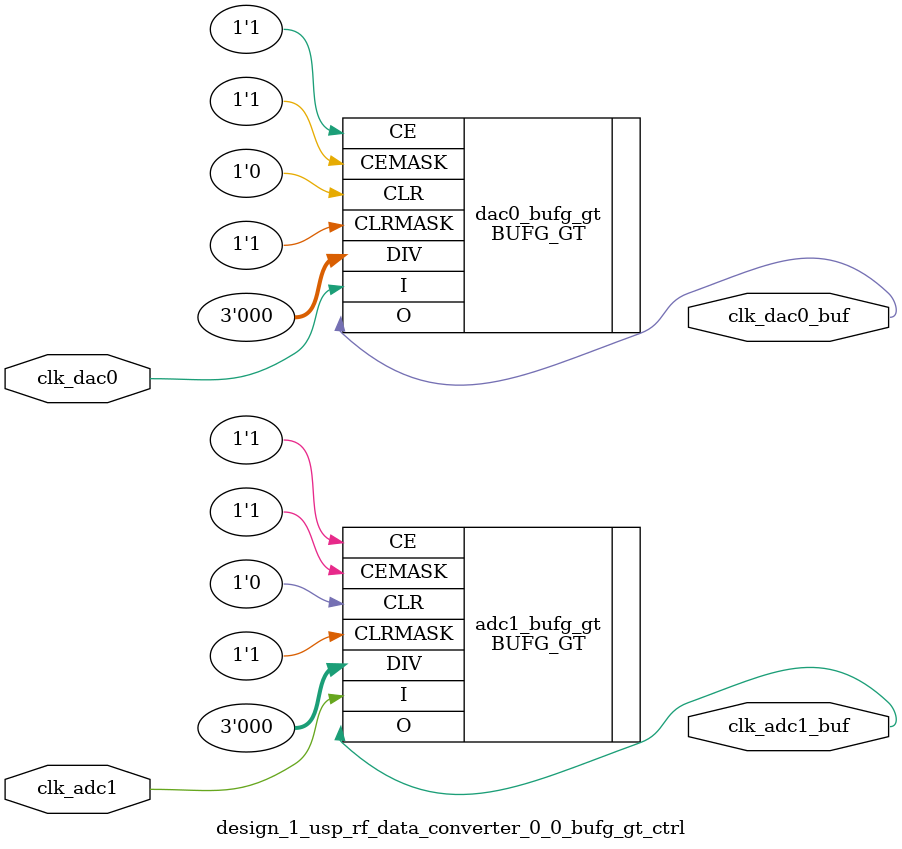
<source format=v>

`timescale 1ns / 1ps

(* DowngradeIPIdentifiedWarnings="yes" *)
module design_1_usp_rf_data_converter_0_0_bufg_gt_ctrl (
  // DAC Fabric Feedback Clock for Tile 0
  input    clk_dac0,
  output   clk_dac0_buf,
      
  // ADC Fabric Feedback Clock for Tile 1
  input    clk_adc1,
  
  output   clk_adc1_buf
    
);

  BUFG_GT dac0_bufg_gt
  (
    .I       (clk_dac0),
    .CE      (1'b1),
    .CEMASK  (1'b1),
    .CLR     (1'b0),
    .CLRMASK (1'b1),
    .DIV     (3'b000),
    .O       (clk_dac0_buf)
  );  

 
  BUFG_GT adc1_bufg_gt
  (
    .I       (clk_adc1),
    .CE      (1'b1),
    .CEMASK  (1'b1),
    .CLR     (1'b0),
    .CLRMASK (1'b1),
    .DIV     (3'b000),
    .O       (clk_adc1_buf)
  );  

endmodule

</source>
